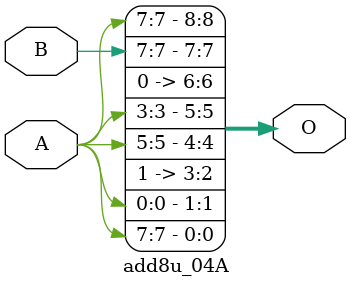
<source format=v>
/***
* This code is a part of EvoApproxLib library (ehw.fit.vutbr.cz/approxlib) distributed under The MIT License.
* When used, please cite the following article(s):  
* This file contains a circuit from a sub-set of pareto optimal circuits with respect to the pwr and wce parameters
***/
// MAE% = 14.06 %
// MAE = 72 
// WCE% = 42.38 %
// WCE = 217 
// WCRE% = 1300.00 %
// EP% = 99.61 %
// MRE% = 35.29 %
// MSE = 7477 
// PDK45_PWR = 0.000 mW
// PDK45_AREA = 0.0 um2
// PDK45_DELAY = 0.00 ns


module add8u_04A(A, B, O);
  input [7:0] A, B;
  output [8:0] O;
  assign O[3] = 1'b1;
  assign O[2] = 1'b1;
  assign O[6] = 1'b0;
  assign O[0] = A[7];
  assign O[1] = A[0];
  assign O[4] = A[5];
  assign O[5] = A[3];
  assign O[7] = B[7];
  assign O[8] = O[0];
endmodule


</source>
